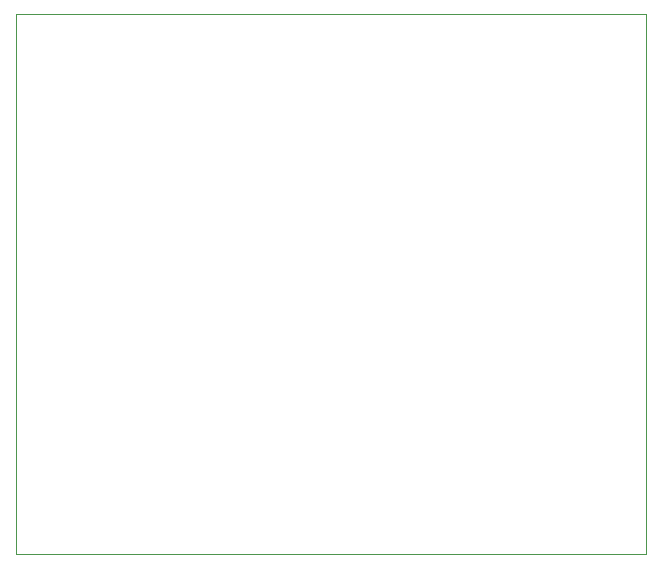
<source format=gbr>
%TF.GenerationSoftware,KiCad,Pcbnew,7.0.7*%
%TF.CreationDate,2023-10-19T14:55:39-04:00*%
%TF.ProjectId,Capstone-board-v1,43617073-746f-46e6-952d-626f6172642d,rev?*%
%TF.SameCoordinates,Original*%
%TF.FileFunction,Profile,NP*%
%FSLAX46Y46*%
G04 Gerber Fmt 4.6, Leading zero omitted, Abs format (unit mm)*
G04 Created by KiCad (PCBNEW 7.0.7) date 2023-10-19 14:55:39*
%MOMM*%
%LPD*%
G01*
G04 APERTURE LIST*
%TA.AperFunction,Profile*%
%ADD10C,0.100000*%
%TD*%
G04 APERTURE END LIST*
D10*
X22352000Y-20828000D02*
X75692000Y-20828000D01*
X75692000Y-66548000D01*
X22352000Y-66548000D01*
X22352000Y-20828000D01*
M02*

</source>
